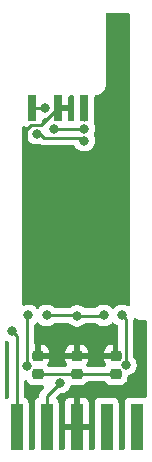
<source format=gbr>
%TF.GenerationSoftware,KiCad,Pcbnew,(6.0.8-1)-1*%
%TF.CreationDate,2022-10-04T12:57:59-04:00*%
%TF.ProjectId,SWD_pogoadapter,5357445f-706f-4676-9f61-646170746572,rev?*%
%TF.SameCoordinates,Original*%
%TF.FileFunction,Copper,L2,Bot*%
%TF.FilePolarity,Positive*%
%FSLAX46Y46*%
G04 Gerber Fmt 4.6, Leading zero omitted, Abs format (unit mm)*
G04 Created by KiCad (PCBNEW (6.0.8-1)-1) date 2022-10-04 12:57:59*
%MOMM*%
%LPD*%
G01*
G04 APERTURE LIST*
G04 Aperture macros list*
%AMRoundRect*
0 Rectangle with rounded corners*
0 $1 Rounding radius*
0 $2 $3 $4 $5 $6 $7 $8 $9 X,Y pos of 4 corners*
0 Add a 4 corners polygon primitive as box body*
4,1,4,$2,$3,$4,$5,$6,$7,$8,$9,$2,$3,0*
0 Add four circle primitives for the rounded corners*
1,1,$1+$1,$2,$3*
1,1,$1+$1,$4,$5*
1,1,$1+$1,$6,$7*
1,1,$1+$1,$8,$9*
0 Add four rect primitives between the rounded corners*
20,1,$1+$1,$2,$3,$4,$5,0*
20,1,$1+$1,$4,$5,$6,$7,0*
20,1,$1+$1,$6,$7,$8,$9,0*
20,1,$1+$1,$8,$9,$2,$3,0*%
G04 Aperture macros list end*
%TA.AperFunction,SMDPad,CuDef*%
%ADD10R,0.700000X2.200000*%
%TD*%
%TA.AperFunction,SMDPad,CuDef*%
%ADD11R,1.000000X4.000000*%
%TD*%
%TA.AperFunction,SMDPad,CuDef*%
%ADD12RoundRect,0.225000X0.250000X-0.225000X0.250000X0.225000X-0.250000X0.225000X-0.250000X-0.225000X0*%
%TD*%
%TA.AperFunction,ViaPad*%
%ADD13C,0.800000*%
%TD*%
%TA.AperFunction,Conductor*%
%ADD14C,0.250000*%
%TD*%
G04 APERTURE END LIST*
D10*
%TO.P,J2,4,Pin_4*%
%TO.N,SWO*%
X148585000Y-80945000D03*
%TO.P,J2,5,Pin_5*%
%TO.N,GND*%
X146385000Y-80945000D03*
%TO.P,J2,6,Pin_6*%
%TO.N,SWCLK*%
X144185000Y-80945000D03*
%TD*%
D11*
%TO.P,J1,6,Pin_6*%
%TO.N,5V*%
X153033000Y-107952000D03*
%TO.P,J1,7,Pin_7*%
%TO.N,3V3*%
X150493000Y-107952000D03*
%TO.P,J1,8,Pin_8*%
%TO.N,GND*%
X147953000Y-107952000D03*
%TO.P,J1,9,Pin_9*%
%TO.N,SWDIO*%
X145413000Y-107952000D03*
%TO.P,J1,10,Pin_10*%
%TO.N,SWCLK*%
X142873000Y-107952000D03*
%TD*%
D12*
%TO.P,C2,1*%
%TO.N,SUPPLYV*%
X147955000Y-103455000D03*
%TO.P,C2,2*%
%TO.N,GND*%
X147955000Y-101905000D03*
%TD*%
%TO.P,C1,1*%
%TO.N,SUPPLYV*%
X151257000Y-103455000D03*
%TO.P,C1,2*%
%TO.N,GND*%
X151257000Y-101905000D03*
%TD*%
%TO.P,C3,1*%
%TO.N,SUPPLYV*%
X144653000Y-103455000D03*
%TO.P,C3,2*%
%TO.N,GND*%
X144653000Y-101905000D03*
%TD*%
D13*
%TO.N,SUPPLYV*%
X148590000Y-83676503D03*
X147955000Y-103455000D03*
X144563500Y-83094500D03*
%TO.N,GND*%
X150368000Y-96774000D03*
X150876000Y-104902000D03*
X147955000Y-95885000D03*
X144145000Y-105029000D03*
X144145000Y-96774000D03*
X153289000Y-99441000D03*
X147955000Y-107950000D03*
%TO.N,Net-(D1-Pad1)*%
X147986500Y-98520500D03*
X145415000Y-98489000D03*
X150241000Y-98489000D03*
%TO.N,5V*%
X152122820Y-102681761D03*
X151790500Y-98489000D03*
X153033000Y-107952000D03*
%TO.N,3V3*%
X150495000Y-107950000D03*
X143865500Y-98489000D03*
X143747236Y-102730224D03*
%TO.N,NRESET*%
X148590000Y-82677000D03*
X146050000Y-82677000D03*
%TO.N,SWDIO*%
X146558000Y-104166500D03*
%TO.N,SWCLK*%
X142494000Y-99822000D03*
X145288000Y-80899000D03*
%TD*%
D14*
%TO.N,GND*%
X146385000Y-80945000D02*
X144960000Y-82370000D01*
X144960000Y-82370000D02*
X144071000Y-82370000D01*
X143637000Y-82804000D02*
X143637000Y-83820000D01*
X144071000Y-82370000D02*
X143637000Y-82804000D01*
%TO.N,SUPPLYV*%
X148590000Y-83676503D02*
X148352497Y-83439000D01*
X148352497Y-83439000D02*
X145184396Y-83439000D01*
X145184396Y-83439000D02*
X144839896Y-83094500D01*
X144839896Y-83094500D02*
X144563500Y-83094500D01*
%TO.N,NRESET*%
X146050000Y-82677000D02*
X148590000Y-82677000D01*
%TO.N,SWCLK*%
X144231000Y-80899000D02*
X144185000Y-80945000D01*
X145288000Y-80899000D02*
X144231000Y-80899000D01*
%TO.N,SUPPLYV*%
X144666000Y-103442000D02*
X144653000Y-103455000D01*
X147955000Y-103442000D02*
X144666000Y-103442000D01*
X147955000Y-103442000D02*
X151244000Y-103442000D01*
X151244000Y-103442000D02*
X151257000Y-103455000D01*
%TO.N,Net-(D1-Pad1)*%
X145415000Y-98489000D02*
X147955000Y-98489000D01*
X150209500Y-98520500D02*
X150241000Y-98489000D01*
X147955000Y-98489000D02*
X147986500Y-98520500D01*
X147986500Y-98520500D02*
X150209500Y-98520500D01*
%TO.N,5V*%
X152122820Y-98821320D02*
X151790500Y-98489000D01*
X152122820Y-102681761D02*
X152122820Y-98821320D01*
%TO.N,3V3*%
X143747236Y-102730224D02*
X143747236Y-98607264D01*
X143747236Y-98607264D02*
X143865500Y-98489000D01*
%TO.N,SWO*%
X148585000Y-80945000D02*
X148585000Y-81920000D01*
%TO.N,SWDIO*%
X145413000Y-105285000D02*
X145413000Y-107952000D01*
X146558000Y-104166500D02*
X146531500Y-104166500D01*
X146531500Y-104166500D02*
X145413000Y-105285000D01*
%TO.N,SWCLK*%
X142873000Y-100201000D02*
X142873000Y-107952000D01*
X142494000Y-99822000D02*
X142873000Y-100201000D01*
%TD*%
%TA.AperFunction,Conductor*%
%TO.N,GND*%
G36*
X152936516Y-98725310D02*
G01*
X153056939Y-98781464D01*
X153088755Y-98796300D01*
X153094063Y-98797722D01*
X153094065Y-98797723D01*
X153253892Y-98840548D01*
X153253893Y-98840548D01*
X153259207Y-98841972D01*
X153388712Y-98853302D01*
X153398626Y-98854568D01*
X153407689Y-98856093D01*
X153417656Y-98857770D01*
X153417658Y-98857770D01*
X153422448Y-98858576D01*
X153428724Y-98858652D01*
X153430140Y-98858670D01*
X153430143Y-98858670D01*
X153435000Y-98858729D01*
X153462624Y-98854773D01*
X153480486Y-98853500D01*
X153750500Y-98853500D01*
X153818621Y-98873502D01*
X153865114Y-98927158D01*
X153876500Y-98979500D01*
X153876500Y-105355873D01*
X153856498Y-105423994D01*
X153802842Y-105470487D01*
X153732568Y-105480591D01*
X153706271Y-105473855D01*
X153650718Y-105453029D01*
X153650712Y-105453027D01*
X153643316Y-105450255D01*
X153581134Y-105443500D01*
X152484866Y-105443500D01*
X152422684Y-105450255D01*
X152286295Y-105501385D01*
X152169739Y-105588739D01*
X152082385Y-105705295D01*
X152031255Y-105841684D01*
X152024500Y-105903866D01*
X152024500Y-109710500D01*
X152004498Y-109778621D01*
X151950842Y-109825114D01*
X151898500Y-109836500D01*
X151627500Y-109836500D01*
X151559379Y-109816498D01*
X151512886Y-109762842D01*
X151501500Y-109710500D01*
X151501500Y-105903866D01*
X151494745Y-105841684D01*
X151443615Y-105705295D01*
X151356261Y-105588739D01*
X151239705Y-105501385D01*
X151103316Y-105450255D01*
X151041134Y-105443500D01*
X149944866Y-105443500D01*
X149882684Y-105450255D01*
X149746295Y-105501385D01*
X149629739Y-105588739D01*
X149542385Y-105705295D01*
X149491255Y-105841684D01*
X149484500Y-105903866D01*
X149484500Y-109710500D01*
X149464498Y-109778621D01*
X149410842Y-109825114D01*
X149358500Y-109836500D01*
X149087000Y-109836500D01*
X149018879Y-109816498D01*
X148972386Y-109762842D01*
X148961000Y-109710500D01*
X148961000Y-108224115D01*
X148956525Y-108208876D01*
X148955135Y-108207671D01*
X148947452Y-108206000D01*
X146963116Y-108206000D01*
X146947877Y-108210475D01*
X146946672Y-108211865D01*
X146945001Y-108219548D01*
X146945001Y-109710500D01*
X146924999Y-109778621D01*
X146871343Y-109825114D01*
X146819001Y-109836500D01*
X146547500Y-109836500D01*
X146479379Y-109816498D01*
X146432886Y-109762842D01*
X146421500Y-109710500D01*
X146421500Y-107679885D01*
X146945000Y-107679885D01*
X146949475Y-107695124D01*
X146950865Y-107696329D01*
X146958548Y-107698000D01*
X147680885Y-107698000D01*
X147696124Y-107693525D01*
X147697329Y-107692135D01*
X147699000Y-107684452D01*
X147699000Y-107679885D01*
X148207000Y-107679885D01*
X148211475Y-107695124D01*
X148212865Y-107696329D01*
X148220548Y-107698000D01*
X148942884Y-107698000D01*
X148958123Y-107693525D01*
X148959328Y-107692135D01*
X148960999Y-107684452D01*
X148960999Y-105907331D01*
X148960629Y-105900510D01*
X148955105Y-105849648D01*
X148951479Y-105834396D01*
X148906324Y-105713946D01*
X148897786Y-105698351D01*
X148821285Y-105596276D01*
X148808724Y-105583715D01*
X148706649Y-105507214D01*
X148691054Y-105498676D01*
X148570606Y-105453522D01*
X148555351Y-105449895D01*
X148504486Y-105444369D01*
X148497672Y-105444000D01*
X148225115Y-105444000D01*
X148209876Y-105448475D01*
X148208671Y-105449865D01*
X148207000Y-105457548D01*
X148207000Y-107679885D01*
X147699000Y-107679885D01*
X147699000Y-105462116D01*
X147694525Y-105446877D01*
X147693135Y-105445672D01*
X147685452Y-105444001D01*
X147408331Y-105444001D01*
X147401510Y-105444371D01*
X147350648Y-105449895D01*
X147335396Y-105453521D01*
X147214946Y-105498676D01*
X147199351Y-105507214D01*
X147097276Y-105583715D01*
X147084715Y-105596276D01*
X147008214Y-105698351D01*
X146999676Y-105713946D01*
X146954522Y-105834394D01*
X146950895Y-105849649D01*
X146945369Y-105900514D01*
X146945000Y-105907328D01*
X146945000Y-107679885D01*
X146421500Y-107679885D01*
X146421500Y-105903866D01*
X146414745Y-105841684D01*
X146363615Y-105705295D01*
X146276261Y-105588739D01*
X146237595Y-105559760D01*
X146195080Y-105502903D01*
X146190054Y-105432084D01*
X146224065Y-105369840D01*
X146482000Y-105111905D01*
X146544312Y-105077879D01*
X146571095Y-105075000D01*
X146653487Y-105075000D01*
X146659939Y-105073628D01*
X146659944Y-105073628D01*
X146771384Y-105049940D01*
X146840288Y-105035294D01*
X146894409Y-105011198D01*
X147008722Y-104960303D01*
X147008724Y-104960302D01*
X147014752Y-104957618D01*
X147044346Y-104936117D01*
X147088688Y-104903900D01*
X147169253Y-104845366D01*
X147297040Y-104703444D01*
X147392527Y-104538056D01*
X147409216Y-104486693D01*
X147449290Y-104428087D01*
X147514687Y-104400451D01*
X147552668Y-104402295D01*
X147555243Y-104403149D01*
X147656268Y-104413500D01*
X148253732Y-104413500D01*
X148256978Y-104413163D01*
X148256982Y-104413163D01*
X148291083Y-104409625D01*
X148356019Y-104402887D01*
X148390737Y-104391304D01*
X148511324Y-104351073D01*
X148511326Y-104351072D01*
X148518268Y-104348756D01*
X148663713Y-104258752D01*
X148784552Y-104137702D01*
X148788393Y-104131471D01*
X148792930Y-104125726D01*
X148794944Y-104127317D01*
X148838759Y-104087888D01*
X148893241Y-104075500D01*
X150318928Y-104075500D01*
X150387049Y-104095502D01*
X150418679Y-104127678D01*
X150419849Y-104126751D01*
X150424394Y-104132485D01*
X150428248Y-104138713D01*
X150549298Y-104259552D01*
X150694899Y-104349302D01*
X150857243Y-104403149D01*
X150864080Y-104403849D01*
X150864082Y-104403850D01*
X150905401Y-104408083D01*
X150958268Y-104413500D01*
X151555732Y-104413500D01*
X151558978Y-104413163D01*
X151558982Y-104413163D01*
X151593083Y-104409625D01*
X151658019Y-104402887D01*
X151692737Y-104391304D01*
X151813324Y-104351073D01*
X151813326Y-104351072D01*
X151820268Y-104348756D01*
X151965713Y-104258752D01*
X152086552Y-104137702D01*
X152092731Y-104127678D01*
X152172462Y-103998331D01*
X152172463Y-103998329D01*
X152176302Y-103992101D01*
X152230149Y-103829757D01*
X152240500Y-103728732D01*
X152240500Y-103687577D01*
X152260502Y-103619456D01*
X152314158Y-103572963D01*
X152340303Y-103564331D01*
X152398642Y-103551930D01*
X152398647Y-103551928D01*
X152405108Y-103550555D01*
X152411139Y-103547870D01*
X152573542Y-103475564D01*
X152573544Y-103475563D01*
X152579572Y-103472879D01*
X152734073Y-103360627D01*
X152861860Y-103218705D01*
X152957347Y-103053317D01*
X153016362Y-102871689D01*
X153027550Y-102765246D01*
X153035634Y-102688326D01*
X153036324Y-102681761D01*
X153017968Y-102507113D01*
X153017052Y-102498396D01*
X153017052Y-102498394D01*
X153016362Y-102491833D01*
X152957347Y-102310205D01*
X152861860Y-102144817D01*
X152788683Y-102063546D01*
X152757967Y-101999540D01*
X152756320Y-101979237D01*
X152756320Y-98900083D01*
X152756847Y-98888899D01*
X152758521Y-98881411D01*
X152757328Y-98843463D01*
X152775180Y-98774749D01*
X152827348Y-98726593D01*
X152897270Y-98714286D01*
X152936516Y-98725310D01*
G37*
%TD.AperFunction*%
%TA.AperFunction,Conductor*%
G36*
X143715012Y-103973073D02*
G01*
X143739643Y-104001993D01*
X143824248Y-104138713D01*
X143945298Y-104259552D01*
X144090899Y-104349302D01*
X144253243Y-104403149D01*
X144260080Y-104403849D01*
X144260082Y-104403850D01*
X144301401Y-104408083D01*
X144354268Y-104413500D01*
X144951732Y-104413500D01*
X144954978Y-104413163D01*
X144954982Y-104413163D01*
X144989083Y-104409625D01*
X145054019Y-104402887D01*
X145065424Y-104399082D01*
X145136370Y-104396496D01*
X145197455Y-104432678D01*
X145229281Y-104496141D01*
X145221745Y-104566737D01*
X145194395Y-104607700D01*
X145020747Y-104781348D01*
X145012461Y-104788888D01*
X145005982Y-104793000D01*
X145000557Y-104798777D01*
X144959357Y-104842651D01*
X144956602Y-104845493D01*
X144936865Y-104865230D01*
X144934385Y-104868427D01*
X144926682Y-104877447D01*
X144896414Y-104909679D01*
X144892595Y-104916625D01*
X144892593Y-104916628D01*
X144886652Y-104927434D01*
X144875801Y-104943953D01*
X144863386Y-104959959D01*
X144860241Y-104967228D01*
X144860238Y-104967232D01*
X144845826Y-105000537D01*
X144840609Y-105011187D01*
X144819305Y-105049940D01*
X144817334Y-105057615D01*
X144817334Y-105057616D01*
X144814267Y-105069562D01*
X144807863Y-105088266D01*
X144799819Y-105106855D01*
X144798580Y-105114678D01*
X144798577Y-105114688D01*
X144792901Y-105150524D01*
X144790495Y-105162144D01*
X144779500Y-105204970D01*
X144779500Y-105225224D01*
X144777949Y-105244934D01*
X144774780Y-105264943D01*
X144775526Y-105272835D01*
X144778941Y-105308961D01*
X144779500Y-105320819D01*
X144779500Y-105371618D01*
X144759498Y-105439739D01*
X144705842Y-105486232D01*
X144697731Y-105489599D01*
X144674707Y-105498231D01*
X144674704Y-105498232D01*
X144666295Y-105501385D01*
X144549739Y-105588739D01*
X144462385Y-105705295D01*
X144411255Y-105841684D01*
X144404500Y-105903866D01*
X144404500Y-109710500D01*
X144384498Y-109778621D01*
X144330842Y-109825114D01*
X144278500Y-109836500D01*
X144007500Y-109836500D01*
X143939379Y-109816498D01*
X143892886Y-109762842D01*
X143881500Y-109710500D01*
X143881500Y-105903866D01*
X143874745Y-105841684D01*
X143823615Y-105705295D01*
X143736261Y-105588739D01*
X143619705Y-105501385D01*
X143611296Y-105498232D01*
X143611293Y-105498231D01*
X143588269Y-105489599D01*
X143531505Y-105446957D01*
X143506806Y-105380395D01*
X143506500Y-105371618D01*
X143506500Y-104068297D01*
X143526502Y-104000176D01*
X143580158Y-103953683D01*
X143650432Y-103943579D01*
X143715012Y-103973073D01*
G37*
%TD.AperFunction*%
%TA.AperFunction,Conductor*%
G36*
X151053543Y-99054389D02*
G01*
X151109384Y-99090275D01*
X151179247Y-99167866D01*
X151333748Y-99280118D01*
X151339776Y-99282802D01*
X151339778Y-99282803D01*
X151414569Y-99316102D01*
X151468665Y-99362082D01*
X151489320Y-99431209D01*
X151489320Y-101979237D01*
X151469318Y-102047358D01*
X151456962Y-102063540D01*
X151437332Y-102085342D01*
X151408547Y-102117311D01*
X151348100Y-102154550D01*
X151314911Y-102159000D01*
X150292115Y-102159000D01*
X150276876Y-102163475D01*
X150275671Y-102164865D01*
X150274000Y-102172548D01*
X150274000Y-102175438D01*
X150274337Y-102181953D01*
X150283894Y-102274057D01*
X150286788Y-102287456D01*
X150336381Y-102436107D01*
X150342555Y-102449286D01*
X150424788Y-102582173D01*
X150438371Y-102599311D01*
X150436441Y-102600841D01*
X150464903Y-102652880D01*
X150459887Y-102723699D01*
X150430977Y-102768762D01*
X150428230Y-102771514D01*
X150365949Y-102805596D01*
X150339054Y-102808500D01*
X148873076Y-102808500D01*
X148804955Y-102788498D01*
X148784786Y-102770235D01*
X148783744Y-102771279D01*
X148781172Y-102768711D01*
X148779276Y-102765246D01*
X148774338Y-102760774D01*
X148774032Y-102760388D01*
X148775836Y-102758958D01*
X148747098Y-102706425D01*
X148752108Y-102635605D01*
X148775499Y-102599147D01*
X148774448Y-102598317D01*
X148787998Y-102581160D01*
X148870004Y-102448120D01*
X148876151Y-102434939D01*
X148925491Y-102286186D01*
X148928358Y-102272810D01*
X148937672Y-102181903D01*
X148937929Y-102176874D01*
X148933525Y-102161876D01*
X148932135Y-102160671D01*
X148924452Y-102159000D01*
X146990115Y-102159000D01*
X146974876Y-102163475D01*
X146973671Y-102164865D01*
X146972000Y-102172548D01*
X146972000Y-102175438D01*
X146972337Y-102181953D01*
X146981894Y-102274057D01*
X146984788Y-102287456D01*
X147034381Y-102436107D01*
X147040555Y-102449286D01*
X147122788Y-102582173D01*
X147136371Y-102599311D01*
X147134441Y-102600841D01*
X147162903Y-102652880D01*
X147157887Y-102723699D01*
X147128977Y-102768762D01*
X147126230Y-102771514D01*
X147063949Y-102805596D01*
X147037054Y-102808500D01*
X145571076Y-102808500D01*
X145502955Y-102788498D01*
X145482786Y-102770235D01*
X145481744Y-102771279D01*
X145479172Y-102768711D01*
X145477276Y-102765246D01*
X145472338Y-102760774D01*
X145472032Y-102760388D01*
X145473836Y-102758958D01*
X145445098Y-102706425D01*
X145450108Y-102635605D01*
X145473499Y-102599147D01*
X145472448Y-102598317D01*
X145485998Y-102581160D01*
X145568004Y-102448120D01*
X145574151Y-102434939D01*
X145623491Y-102286186D01*
X145626358Y-102272810D01*
X145635672Y-102181903D01*
X145635929Y-102176874D01*
X145631525Y-102161876D01*
X145630135Y-102160671D01*
X145622452Y-102159000D01*
X144525000Y-102159000D01*
X144456879Y-102138998D01*
X144410386Y-102085342D01*
X144399000Y-102033000D01*
X144399000Y-101632885D01*
X144907000Y-101632885D01*
X144911475Y-101648124D01*
X144912865Y-101649329D01*
X144920548Y-101651000D01*
X145617885Y-101651000D01*
X145633124Y-101646525D01*
X145634329Y-101645135D01*
X145636000Y-101637452D01*
X145636000Y-101634562D01*
X145635926Y-101633126D01*
X146972071Y-101633126D01*
X146976475Y-101648124D01*
X146977865Y-101649329D01*
X146985548Y-101651000D01*
X147682885Y-101651000D01*
X147698124Y-101646525D01*
X147699329Y-101645135D01*
X147701000Y-101637452D01*
X147701000Y-101632885D01*
X148209000Y-101632885D01*
X148213475Y-101648124D01*
X148214865Y-101649329D01*
X148222548Y-101651000D01*
X148919885Y-101651000D01*
X148935124Y-101646525D01*
X148936329Y-101645135D01*
X148938000Y-101637452D01*
X148938000Y-101634562D01*
X148937926Y-101633126D01*
X150274071Y-101633126D01*
X150278475Y-101648124D01*
X150279865Y-101649329D01*
X150287548Y-101651000D01*
X150984885Y-101651000D01*
X151000124Y-101646525D01*
X151001329Y-101645135D01*
X151003000Y-101637452D01*
X151003000Y-100965115D01*
X150998525Y-100949876D01*
X150997135Y-100948671D01*
X150989452Y-100947000D01*
X150961562Y-100947000D01*
X150955047Y-100947337D01*
X150862943Y-100956894D01*
X150849544Y-100959788D01*
X150700893Y-101009381D01*
X150687714Y-101015555D01*
X150554827Y-101097788D01*
X150543426Y-101106824D01*
X150433014Y-101217429D01*
X150424002Y-101228840D01*
X150341996Y-101361880D01*
X150335849Y-101375061D01*
X150286509Y-101523814D01*
X150283642Y-101537190D01*
X150274328Y-101628097D01*
X150274071Y-101633126D01*
X148937926Y-101633126D01*
X148937663Y-101628047D01*
X148928106Y-101535943D01*
X148925212Y-101522544D01*
X148875619Y-101373893D01*
X148869445Y-101360714D01*
X148787212Y-101227827D01*
X148778176Y-101216426D01*
X148667571Y-101106014D01*
X148656160Y-101097002D01*
X148523120Y-101014996D01*
X148509939Y-101008849D01*
X148361186Y-100959509D01*
X148347810Y-100956642D01*
X148256903Y-100947328D01*
X148250486Y-100947000D01*
X148227115Y-100947000D01*
X148211876Y-100951475D01*
X148210671Y-100952865D01*
X148209000Y-100960548D01*
X148209000Y-101632885D01*
X147701000Y-101632885D01*
X147701000Y-100965115D01*
X147696525Y-100949876D01*
X147695135Y-100948671D01*
X147687452Y-100947000D01*
X147659562Y-100947000D01*
X147653047Y-100947337D01*
X147560943Y-100956894D01*
X147547544Y-100959788D01*
X147398893Y-101009381D01*
X147385714Y-101015555D01*
X147252827Y-101097788D01*
X147241426Y-101106824D01*
X147131014Y-101217429D01*
X147122002Y-101228840D01*
X147039996Y-101361880D01*
X147033849Y-101375061D01*
X146984509Y-101523814D01*
X146981642Y-101537190D01*
X146972328Y-101628097D01*
X146972071Y-101633126D01*
X145635926Y-101633126D01*
X145635663Y-101628047D01*
X145626106Y-101535943D01*
X145623212Y-101522544D01*
X145573619Y-101373893D01*
X145567445Y-101360714D01*
X145485212Y-101227827D01*
X145476176Y-101216426D01*
X145365571Y-101106014D01*
X145354160Y-101097002D01*
X145221120Y-101014996D01*
X145207939Y-101008849D01*
X145059186Y-100959509D01*
X145045810Y-100956642D01*
X144954903Y-100947328D01*
X144948486Y-100947000D01*
X144925115Y-100947000D01*
X144909876Y-100951475D01*
X144908671Y-100952865D01*
X144907000Y-100960548D01*
X144907000Y-101632885D01*
X144399000Y-101632885D01*
X144399000Y-100965115D01*
X144385840Y-100920296D01*
X144380736Y-100884798D01*
X144380736Y-99301827D01*
X144400738Y-99233706D01*
X144432672Y-99199893D01*
X144476753Y-99167866D01*
X144546616Y-99090275D01*
X144607059Y-99053037D01*
X144678043Y-99054389D01*
X144733884Y-99090275D01*
X144803747Y-99167866D01*
X144958248Y-99280118D01*
X144964276Y-99282802D01*
X144964278Y-99282803D01*
X145113820Y-99349383D01*
X145132712Y-99357794D01*
X145226112Y-99377647D01*
X145313056Y-99396128D01*
X145313061Y-99396128D01*
X145319513Y-99397500D01*
X145510487Y-99397500D01*
X145516939Y-99396128D01*
X145516944Y-99396128D01*
X145603888Y-99377647D01*
X145697288Y-99357794D01*
X145716180Y-99349383D01*
X145865722Y-99282803D01*
X145865724Y-99282802D01*
X145871752Y-99280118D01*
X145935633Y-99233706D01*
X146017808Y-99174002D01*
X146026253Y-99167866D01*
X146030668Y-99162963D01*
X146035580Y-99158540D01*
X146036705Y-99159789D01*
X146090014Y-99126949D01*
X146123200Y-99122500D01*
X147249938Y-99122500D01*
X147318059Y-99142502D01*
X147343573Y-99164189D01*
X147375247Y-99199366D01*
X147380589Y-99203247D01*
X147380591Y-99203249D01*
X147516272Y-99301827D01*
X147529748Y-99311618D01*
X147535776Y-99314302D01*
X147535778Y-99314303D01*
X147698181Y-99386609D01*
X147704212Y-99389294D01*
X147797613Y-99409147D01*
X147884556Y-99427628D01*
X147884561Y-99427628D01*
X147891013Y-99429000D01*
X148081987Y-99429000D01*
X148088439Y-99427628D01*
X148088444Y-99427628D01*
X148175387Y-99409147D01*
X148268788Y-99389294D01*
X148274819Y-99386609D01*
X148437222Y-99314303D01*
X148437224Y-99314302D01*
X148443252Y-99311618D01*
X148545092Y-99237627D01*
X148576171Y-99215046D01*
X148597753Y-99199366D01*
X148602168Y-99194463D01*
X148607080Y-99190040D01*
X148608205Y-99191289D01*
X148661514Y-99158449D01*
X148694700Y-99154000D01*
X149569722Y-99154000D01*
X149637843Y-99174002D01*
X149643783Y-99178064D01*
X149725764Y-99237627D01*
X149784248Y-99280118D01*
X149790276Y-99282802D01*
X149790278Y-99282803D01*
X149939820Y-99349383D01*
X149958712Y-99357794D01*
X150052112Y-99377647D01*
X150139056Y-99396128D01*
X150139061Y-99396128D01*
X150145513Y-99397500D01*
X150336487Y-99397500D01*
X150342939Y-99396128D01*
X150342944Y-99396128D01*
X150429888Y-99377647D01*
X150523288Y-99357794D01*
X150542180Y-99349383D01*
X150691722Y-99282803D01*
X150691724Y-99282802D01*
X150697752Y-99280118D01*
X150852253Y-99167866D01*
X150922116Y-99090275D01*
X150982559Y-99053037D01*
X151053543Y-99054389D01*
G37*
%TD.AperFunction*%
%TA.AperFunction,Conductor*%
G36*
X152368621Y-72873502D02*
G01*
X152415114Y-72927158D01*
X152426500Y-72979500D01*
X152426500Y-97583929D01*
X152406498Y-97652050D01*
X152352842Y-97698543D01*
X152282568Y-97708647D01*
X152247814Y-97696619D01*
X152247252Y-97697882D01*
X152078819Y-97622891D01*
X152078818Y-97622891D01*
X152072788Y-97620206D01*
X151979387Y-97600353D01*
X151892444Y-97581872D01*
X151892439Y-97581872D01*
X151885987Y-97580500D01*
X151695013Y-97580500D01*
X151688561Y-97581872D01*
X151688556Y-97581872D01*
X151601613Y-97600353D01*
X151508212Y-97620206D01*
X151502182Y-97622891D01*
X151502181Y-97622891D01*
X151339778Y-97695197D01*
X151339776Y-97695198D01*
X151333748Y-97697882D01*
X151179247Y-97810134D01*
X151109384Y-97887725D01*
X151048941Y-97924963D01*
X150977957Y-97923611D01*
X150922116Y-97887725D01*
X150852253Y-97810134D01*
X150697752Y-97697882D01*
X150691724Y-97695198D01*
X150691722Y-97695197D01*
X150529319Y-97622891D01*
X150529318Y-97622891D01*
X150523288Y-97620206D01*
X150429887Y-97600353D01*
X150342944Y-97581872D01*
X150342939Y-97581872D01*
X150336487Y-97580500D01*
X150145513Y-97580500D01*
X150139061Y-97581872D01*
X150139056Y-97581872D01*
X150052113Y-97600353D01*
X149958712Y-97620206D01*
X149952682Y-97622891D01*
X149952681Y-97622891D01*
X149790278Y-97695197D01*
X149790276Y-97695198D01*
X149784248Y-97697882D01*
X149778907Y-97701762D01*
X149778906Y-97701763D01*
X149719000Y-97745288D01*
X149629747Y-97810134D01*
X149601385Y-97841634D01*
X149598075Y-97845310D01*
X149537629Y-97882550D01*
X149504438Y-97887000D01*
X148694700Y-97887000D01*
X148626579Y-97866998D01*
X148607353Y-97850657D01*
X148607080Y-97850960D01*
X148602168Y-97846537D01*
X148597753Y-97841634D01*
X148554397Y-97810134D01*
X148448594Y-97733263D01*
X148448593Y-97733262D01*
X148443252Y-97729382D01*
X148437224Y-97726698D01*
X148437222Y-97726697D01*
X148274819Y-97654391D01*
X148274818Y-97654391D01*
X148268788Y-97651706D01*
X148154170Y-97627343D01*
X148088444Y-97613372D01*
X148088439Y-97613372D01*
X148081987Y-97612000D01*
X147891013Y-97612000D01*
X147884561Y-97613372D01*
X147884556Y-97613372D01*
X147818830Y-97627343D01*
X147704212Y-97651706D01*
X147698182Y-97654391D01*
X147698181Y-97654391D01*
X147535778Y-97726697D01*
X147535776Y-97726698D01*
X147529748Y-97729382D01*
X147524407Y-97733262D01*
X147524406Y-97733263D01*
X147389283Y-97831436D01*
X147322415Y-97855295D01*
X147315222Y-97855500D01*
X146123200Y-97855500D01*
X146055079Y-97835498D01*
X146035853Y-97819157D01*
X146035580Y-97819460D01*
X146030668Y-97815037D01*
X146026253Y-97810134D01*
X146004671Y-97794454D01*
X145877094Y-97701763D01*
X145877093Y-97701762D01*
X145871752Y-97697882D01*
X145865724Y-97695198D01*
X145865722Y-97695197D01*
X145703319Y-97622891D01*
X145703318Y-97622891D01*
X145697288Y-97620206D01*
X145603887Y-97600353D01*
X145516944Y-97581872D01*
X145516939Y-97581872D01*
X145510487Y-97580500D01*
X145319513Y-97580500D01*
X145313061Y-97581872D01*
X145313056Y-97581872D01*
X145226113Y-97600353D01*
X145132712Y-97620206D01*
X145126682Y-97622891D01*
X145126681Y-97622891D01*
X144964278Y-97695197D01*
X144964276Y-97695198D01*
X144958248Y-97697882D01*
X144803747Y-97810134D01*
X144733884Y-97887725D01*
X144673441Y-97924963D01*
X144602457Y-97923611D01*
X144546616Y-97887725D01*
X144476753Y-97810134D01*
X144322252Y-97697882D01*
X144316224Y-97695198D01*
X144316222Y-97695197D01*
X144153819Y-97622891D01*
X144153818Y-97622891D01*
X144147788Y-97620206D01*
X144054387Y-97600353D01*
X143967444Y-97581872D01*
X143967439Y-97581872D01*
X143960987Y-97580500D01*
X143770013Y-97580500D01*
X143763561Y-97581872D01*
X143763556Y-97581872D01*
X143676613Y-97600353D01*
X143583212Y-97620206D01*
X143577185Y-97622889D01*
X143577177Y-97622892D01*
X143520748Y-97648016D01*
X143450381Y-97657450D01*
X143386084Y-97627343D01*
X143348271Y-97567254D01*
X143343500Y-97532909D01*
X143343500Y-82564042D01*
X143363502Y-82495921D01*
X143417158Y-82449428D01*
X143487432Y-82439324D01*
X143545065Y-82463216D01*
X143588295Y-82495615D01*
X143596704Y-82498767D01*
X143596705Y-82498768D01*
X143672595Y-82527218D01*
X143729360Y-82569859D01*
X143754060Y-82636421D01*
X143737487Y-82708197D01*
X143728973Y-82722944D01*
X143669958Y-82904572D01*
X143649996Y-83094500D01*
X143650686Y-83101065D01*
X143665263Y-83239753D01*
X143669958Y-83284428D01*
X143728973Y-83466056D01*
X143824460Y-83631444D01*
X143952247Y-83773366D01*
X144106748Y-83885618D01*
X144112776Y-83888302D01*
X144112778Y-83888303D01*
X144275181Y-83960609D01*
X144281212Y-83963294D01*
X144374613Y-83983147D01*
X144461556Y-84001628D01*
X144461561Y-84001628D01*
X144468013Y-84003000D01*
X144658987Y-84003000D01*
X144777658Y-83977775D01*
X144848448Y-83983176D01*
X144858690Y-83988097D01*
X144859356Y-83988614D01*
X144899936Y-84006174D01*
X144910584Y-84011391D01*
X144949336Y-84032695D01*
X144957012Y-84034666D01*
X144957015Y-84034667D01*
X144968958Y-84037733D01*
X144987662Y-84044137D01*
X144996726Y-84048059D01*
X145006251Y-84052181D01*
X145014074Y-84053420D01*
X145014084Y-84053423D01*
X145049920Y-84059099D01*
X145061540Y-84061505D01*
X145096685Y-84070528D01*
X145104366Y-84072500D01*
X145124620Y-84072500D01*
X145144330Y-84074051D01*
X145164339Y-84077220D01*
X145172231Y-84076474D01*
X145208357Y-84073059D01*
X145220215Y-84072500D01*
X147696838Y-84072500D01*
X147764959Y-84092502D01*
X147805957Y-84135500D01*
X147850960Y-84213447D01*
X147978747Y-84355369D01*
X148133248Y-84467621D01*
X148139276Y-84470305D01*
X148139278Y-84470306D01*
X148301681Y-84542612D01*
X148307712Y-84545297D01*
X148401112Y-84565150D01*
X148488056Y-84583631D01*
X148488061Y-84583631D01*
X148494513Y-84585003D01*
X148685487Y-84585003D01*
X148691939Y-84583631D01*
X148691944Y-84583631D01*
X148778887Y-84565150D01*
X148872288Y-84545297D01*
X148878319Y-84542612D01*
X149040722Y-84470306D01*
X149040724Y-84470305D01*
X149046752Y-84467621D01*
X149201253Y-84355369D01*
X149329040Y-84213447D01*
X149408407Y-84075980D01*
X149421223Y-84053782D01*
X149421224Y-84053781D01*
X149424527Y-84048059D01*
X149483542Y-83866431D01*
X149493324Y-83773366D01*
X149502814Y-83683068D01*
X149503504Y-83676503D01*
X149483542Y-83486575D01*
X149424527Y-83304947D01*
X149386885Y-83239750D01*
X149370148Y-83170758D01*
X149386886Y-83113752D01*
X149421223Y-83054279D01*
X149421224Y-83054278D01*
X149424527Y-83048556D01*
X149483542Y-82866928D01*
X149503504Y-82677000D01*
X149489814Y-82546745D01*
X149484232Y-82493635D01*
X149484232Y-82493633D01*
X149483542Y-82487072D01*
X149424527Y-82305444D01*
X149421251Y-82299771D01*
X149411819Y-82229423D01*
X149418378Y-82204311D01*
X149433971Y-82162718D01*
X149433973Y-82162711D01*
X149436745Y-82155316D01*
X149443500Y-82093134D01*
X149443500Y-79972067D01*
X149463502Y-79903946D01*
X149517158Y-79857453D01*
X149558517Y-79846547D01*
X149605302Y-79842453D01*
X149605309Y-79842452D01*
X149610793Y-79841972D01*
X149616107Y-79840548D01*
X149616108Y-79840548D01*
X149775935Y-79797723D01*
X149775937Y-79797722D01*
X149781245Y-79796300D01*
X149786227Y-79793977D01*
X149936189Y-79724049D01*
X149936194Y-79724046D01*
X149941176Y-79721723D01*
X150021874Y-79665217D01*
X150081216Y-79623666D01*
X150081219Y-79623664D01*
X150085727Y-79620507D01*
X150210507Y-79495727D01*
X150311723Y-79351176D01*
X150314046Y-79346194D01*
X150314049Y-79346189D01*
X150383977Y-79196227D01*
X150383978Y-79196226D01*
X150386300Y-79191245D01*
X150431972Y-79020793D01*
X150443302Y-78891288D01*
X150444569Y-78881368D01*
X150447770Y-78862344D01*
X150447770Y-78862342D01*
X150448576Y-78857552D01*
X150448729Y-78845000D01*
X150444773Y-78817376D01*
X150443500Y-78799514D01*
X150443500Y-72979500D01*
X150463502Y-72911379D01*
X150517158Y-72864886D01*
X150569500Y-72853500D01*
X152300500Y-72853500D01*
X152368621Y-72873502D01*
G37*
%TD.AperFunction*%
%TA.AperFunction,Conductor*%
G36*
X147668621Y-79873502D02*
G01*
X147715114Y-79927158D01*
X147726500Y-79979500D01*
X147726500Y-81917500D01*
X147706498Y-81985621D01*
X147652842Y-82032114D01*
X147600500Y-82043500D01*
X147369000Y-82043500D01*
X147300879Y-82023498D01*
X147254386Y-81969842D01*
X147243000Y-81917500D01*
X147243000Y-81217115D01*
X147238525Y-81201876D01*
X147237135Y-81200671D01*
X147229452Y-81199000D01*
X146309910Y-81199000D01*
X146241789Y-81178998D01*
X146195296Y-81125342D01*
X146184600Y-81059829D01*
X146200814Y-80905564D01*
X146201504Y-80899000D01*
X146194270Y-80830170D01*
X146207042Y-80760332D01*
X146255545Y-80708485D01*
X146319580Y-80691000D01*
X147224884Y-80691000D01*
X147240123Y-80686525D01*
X147241328Y-80685135D01*
X147242999Y-80677452D01*
X147242999Y-79979500D01*
X147263001Y-79911379D01*
X147316657Y-79864886D01*
X147368999Y-79853500D01*
X147600500Y-79853500D01*
X147668621Y-79873502D01*
G37*
%TD.AperFunction*%
%TD*%
%TA.AperFunction,NonConductor*%
G36*
X145186062Y-81806129D02*
G01*
X145192513Y-81807500D01*
X145327395Y-81807500D01*
X145395516Y-81827502D01*
X145442009Y-81881158D01*
X145452113Y-81951432D01*
X145421032Y-82017808D01*
X145310960Y-82140056D01*
X145302150Y-82155316D01*
X145274188Y-82203747D01*
X145222806Y-82252740D01*
X145153092Y-82266176D01*
X145087181Y-82239790D01*
X145045999Y-82181958D01*
X145039806Y-82127140D01*
X145043131Y-82096533D01*
X145043131Y-82096529D01*
X145043500Y-82093134D01*
X145043500Y-81931082D01*
X145063502Y-81862961D01*
X145117158Y-81816468D01*
X145182666Y-81805772D01*
X145186062Y-81806129D01*
G37*
%TD.AperFunction*%
%TA.AperFunction,NonConductor*%
G36*
X142070748Y-100628034D02*
G01*
X142164748Y-100669885D01*
X142218844Y-100715865D01*
X142239500Y-100784992D01*
X142239500Y-105371618D01*
X142219498Y-105439739D01*
X142165842Y-105486232D01*
X142157731Y-105489599D01*
X142134707Y-105498231D01*
X142134704Y-105498232D01*
X142126295Y-105501385D01*
X142095063Y-105524792D01*
X142028560Y-105549639D01*
X141959177Y-105534587D01*
X141908947Y-105484413D01*
X141893500Y-105423965D01*
X141893500Y-100743141D01*
X141913502Y-100675020D01*
X141967158Y-100628527D01*
X142037432Y-100618423D01*
X142070748Y-100628034D01*
G37*
%TD.AperFunction*%
M02*

</source>
